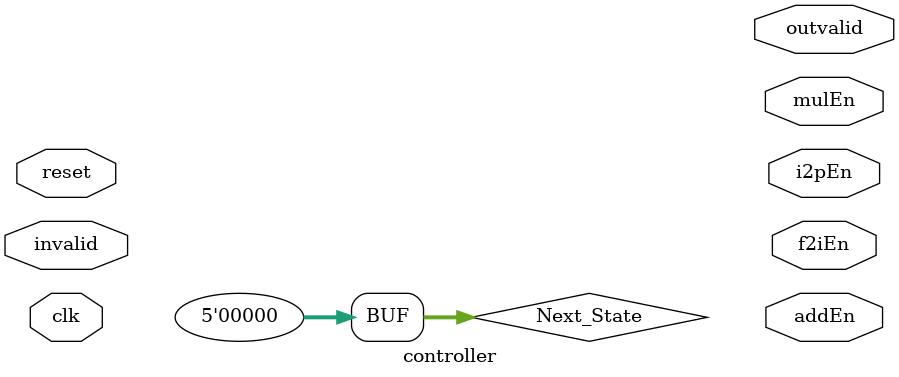
<source format=v>
module controller(clk,reset,invalid,i2pEn,mulEn,addEn,f2iEn,outvalid);
  input clk,reset,invalid;
  output reg i2pEn,mulEn,addEn,f2iEn,outvalid;
  
   parameter S0 = 5'b00000;
   parameter S1 = 5'b00001;
   parameter S2 = 5'b00010;
   parameter S3 = 5'b00011;
   parameter S4 = 5'b00100;
   parameter S5 = 5'b00101;
   parameter S6 = 5'b00110;
   parameter S7 = 5'b00111;
   parameter S8 = 5'b01000;
   parameter S9 = 5'b01001;
   parameter S10 = 5'b01010;
   parameter S11 = 5'b01011;
   parameter S12 = 5'b01100;
	parameter S13 = 5'b01101;
	parameter S14 = 5'b01110;
	parameter S15 = 5'b01111;
	parameter S16 = 5'b10000;
	parameter S17 = 5'b10001;
	parameter S18 = 5'b10010;
	
	reg [4:0] Next_State;
  always @(posedge clk) begin
      case (Next_State)
         S0: begin
            if (reset) begin
               Next_State <= S0;
            end
            else if(invalid) begin
               Next_State <= S1;
            end
				else begin
               Next_State <= S0;
            end
         end
         S1: begin
            if (!reset) begin
               Next_State <= S2;
            end
            else begin
               Next_State <= S0;
            end
         end
         S2: begin
            if (!reset) begin
               Next_State <= S3;
            end
            else begin
               Next_State <= S0;
            end
         end
         S3: begin
            if (!reset) begin
               Next_State <= S4;
            end
            else begin
               Next_State <= S0;
            end
         end
         S4: begin
            if (!reset) begin
               Next_State <= S5;
            end
            else begin
               Next_State <= S0;
            end
         end
         S5: begin
            if (!reset) begin
               Next_State <= S6;
            end
            else begin
               Next_State <= S0;
            end
         end
         S6:begin
            if (!reset) begin
               Next_State <= S7;
            end
            else begin
               Next_State <= S0;
            end
         end
         S7: begin
            if (!reset) begin
               Next_State <= S8;
            end
            else begin
               Next_State <= S0;
            end
         end
         S8:begin
            if (!reset) begin
               Next_State <= S9;
            end
            else begin
               Next_State <= S0;
            end
         end
         S9:begin
            if (!reset) begin
               Next_State <= S10;
            end
            else begin
               Next_State <= S0;
            end
         end
         S10:begin
            if (!reset) begin
               Next_State <= S11;
            end
            else begin
               Next_State <= S0;
            end
         end
			S11:begin
            if (!reset) begin
               Next_State <= S12;
            end
            else begin
               Next_State <= S0;
            end
         end
			S12:begin
            if (!reset) begin
               Next_State <= S13;
            end
            else begin
               Next_State <= S0;
            end
         end
			S13:begin
            if (!reset) begin
               Next_State <= S14;
            end
            else begin
               Next_State <= S0;
            end
         end
			S14:begin
            if (!reset) begin
               Next_State <= S15;
            end
            else begin
               Next_State <= S0;
            end
         end
			S15:begin
            if (!reset) begin
               Next_State <= S16;
            end
            else begin
               Next_State <= S0;
            end
         end
			S16:begin
            if (!reset) begin
               Next_State <= S17;
            end
            else begin
               Next_State <= S0;
            end
         end
			S17:begin
            if (!reset) begin
               Next_State <= S18;
            end
            else begin
               Next_State <= S0;
            end
         end
         default: Next_State <= S0;
      endcase
   end
	
	always @(Next_State) begin
      case (Next_State)
         S0: begin /*i2pEn,mulEn,addEn,f2iEn,outvalid*/
            i2pEn  		<=0;
            mulEn 		<=0;
            addEn    	<=0;
            f2iEn  		<=0;
            outvalid    <=0;
         end
         S1: begin
             i2pEn  		<=1;
            mulEn 		<=0;
            addEn    	<=0;
            f2iEn  		<=0;
            outvalid    <=0;
         end
         S2: begin
             i2pEn  		<=1;
            mulEn 		<=0;
            addEn    	<=0;
            f2iEn  		<=0;
            outvalid    <=0;
         end
         S3: begin
             i2pEn  		<=1;
            mulEn 		<=1;
            addEn    	<=0;
            f2iEn  		<=0;
            outvalid    <=0;
         end
         S4: begin
             i2pEn  		<=1;
            mulEn 		<=1;
            addEn    	<=0;
            f2iEn  		<=0;
            outvalid    <=0;
         end
         S5:begin
             i2pEn  		<=1;
            mulEn 		<=1;
            addEn    	<=0;
            f2iEn  		<=0;
            outvalid    <=0;
         end
         S6: begin
             i2pEn  		<=1;
            mulEn 		<=1;
            addEn    	<=1;
            f2iEn  		<=0;
            outvalid    <=0;
         end
         S7: begin
             i2pEn  		<=1;
            mulEn 		<=1;
            addEn    	<=1;
            f2iEn  		<=0;
            outvalid    <=0;
         end
         S8: begin
             i2pEn  		<=1;
            mulEn 		<=1;
            addEn    	<=1;
            f2iEn  		<=0;
            outvalid    <=0;
         end
         S9: begin
             i2pEn  		<=1;
            mulEn 		<=1;
            addEn    	<=1;
            f2iEn  		<=0;
            outvalid    <=0;
         end
         S10: begin
             i2pEn  		<=1;
            mulEn 		<=1;
            addEn    	<=1;
            f2iEn  		<=0;
            outvalid    <=0;
         end
         S11: begin
             i2pEn  		<=1;
            mulEn 		<=1;
            addEn    	<=1;
            f2iEn  		<=0;
            outvalid    <=0;
         end
			S12: begin
             i2pEn  		<=1;
            mulEn 		<=1;
            addEn    	<=1;
            f2iEn  		<=0;
            outvalid    <=0;
         end
			S13: begin
             i2pEn  		<=1;
            mulEn 		<=1;
            addEn    	<=1;
            f2iEn  		<=0;
            outvalid    <=0;
         end
			S14: begin
             i2pEn  		<=1;
            mulEn 		<=1;
            addEn    	<=1;
            f2iEn  		<=0;
            outvalid    <=0;
         end
			S15: begin
             i2pEn  		<=1;
            mulEn 		<=1;
            addEn    	<=1;
            f2iEn  		<=0;
            outvalid    <=0;
         end
			S16: begin
             i2pEn  		<=1;
            mulEn 		<=1;
            addEn    	<=1;
            f2iEn  		<=1;
            outvalid    <=0;
         end
			S17: begin
             i2pEn  		<=1;
            mulEn 		<=1;
            addEn    	<=1;
            f2iEn  		<=1;
            outvalid    <=0;
         end
			S18: begin
             i2pEn  		<=1;
            mulEn 		<=1;
            addEn    	<=1;
            f2iEn  		<=1;
            outvalid    <=1;
         end
         default: Next_State = S0;
      endcase
   end
endmodule
</source>
